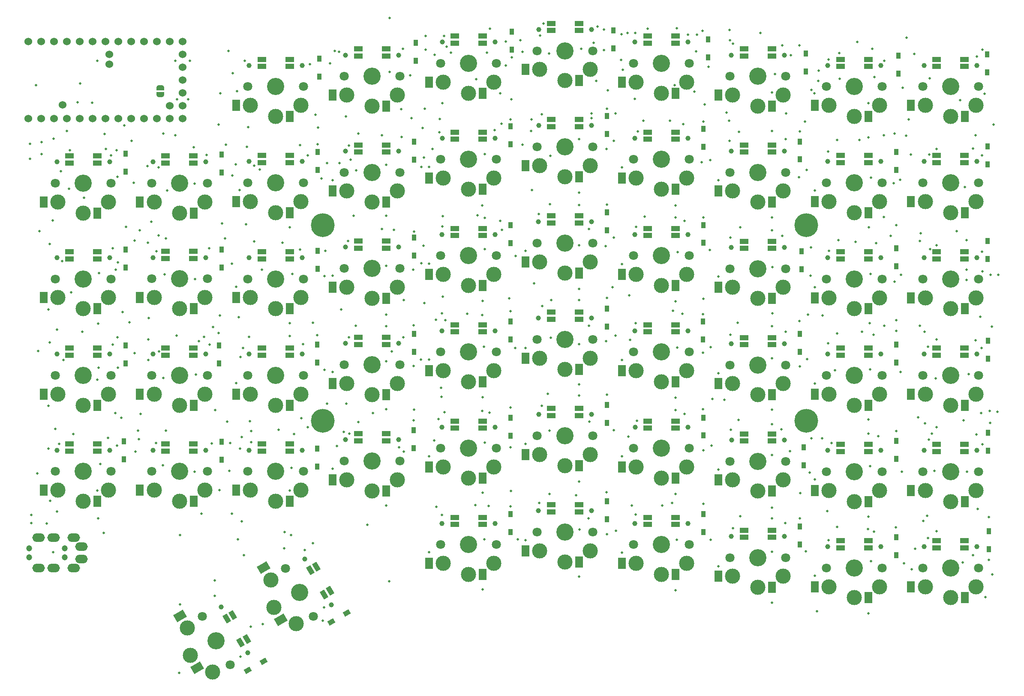
<source format=gbs>
G04 #@! TF.GenerationSoftware,KiCad,Pcbnew,8.0.6*
G04 #@! TF.CreationDate,2025-03-10T13:44:06+01:00*
G04 #@! TF.ProjectId,NomadKeyboard,4e6f6d61-644b-4657-9962-6f6172642e6b,rev?*
G04 #@! TF.SameCoordinates,Original*
G04 #@! TF.FileFunction,Soldermask,Bot*
G04 #@! TF.FilePolarity,Negative*
%FSLAX46Y46*%
G04 Gerber Fmt 4.6, Leading zero omitted, Abs format (unit mm)*
G04 Created by KiCad (PCBNEW 8.0.6) date 2025-03-10 13:44:06*
%MOMM*%
%LPD*%
G01*
G04 APERTURE LIST*
G04 Aperture macros list*
%AMRotRect*
0 Rectangle, with rotation*
0 The origin of the aperture is its center*
0 $1 length*
0 $2 width*
0 $3 Rotation angle, in degrees counterclockwise*
0 Add horizontal line*
21,1,$1,$2,0,0,$3*%
%AMFreePoly0*
4,1,19,0.500000,-0.750000,0.000000,-0.750000,0.000000,-0.744911,-0.071157,-0.744911,-0.207708,-0.704816,-0.327430,-0.627875,-0.420627,-0.520320,-0.479746,-0.390866,-0.500000,-0.250000,-0.500000,0.250000,-0.479746,0.390866,-0.420627,0.520320,-0.327430,0.627875,-0.207708,0.704816,-0.071157,0.744911,0.000000,0.744911,0.000000,0.750000,0.500000,0.750000,0.500000,-0.750000,0.500000,-0.750000,
$1*%
%AMFreePoly1*
4,1,19,0.000000,0.744911,0.071157,0.744911,0.207708,0.704816,0.327430,0.627875,0.420627,0.520320,0.479746,0.390866,0.500000,0.250000,0.500000,-0.250000,0.479746,-0.390866,0.420627,-0.520320,0.327430,-0.627875,0.207708,-0.704816,0.071157,-0.744911,0.000000,-0.744911,0.000000,-0.750000,-0.500000,-0.750000,-0.500000,0.750000,0.000000,0.750000,0.000000,0.744911,0.000000,0.744911,
$1*%
G04 Aperture macros list end*
%ADD10C,1.524000*%
%ADD11C,1.200000*%
%ADD12O,2.500000X1.700000*%
%ADD13R,0.950000X1.300000*%
%ADD14RotRect,1.300000X0.950000X210.000000*%
%ADD15C,1.800000*%
%ADD16C,1.000000*%
%ADD17C,3.000000*%
%ADD18C,3.400000*%
%ADD19R,1.700000X1.000000*%
%ADD20R,1.600000X2.200000*%
%ADD21RotRect,1.700000X1.000000X120.000000*%
%ADD22RotRect,1.600000X2.200000X120.000000*%
%ADD23C,4.700000*%
%ADD24FreePoly0,270.000000*%
%ADD25FreePoly1,270.000000*%
%ADD26C,0.500000*%
G04 APERTURE END LIST*
D10*
X55164120Y-39442640D03*
X57704120Y-39442640D03*
X65324120Y-39442640D03*
X67864120Y-39442640D03*
X62784120Y-24202640D03*
X70404120Y-39442640D03*
X72944120Y-39442640D03*
X55164120Y-24202640D03*
X75484120Y-39442640D03*
X78024120Y-39442640D03*
X80564120Y-39442640D03*
X83104120Y-39442640D03*
X52624120Y-39392640D03*
X52624120Y-24202640D03*
X83104120Y-36902640D03*
X83104120Y-34362640D03*
X83104120Y-31822640D03*
X83104120Y-29282640D03*
X83104120Y-26742640D03*
X68664120Y-28682640D03*
X78024120Y-24202640D03*
X83104120Y-24202640D03*
X75484120Y-24202640D03*
X80564120Y-24202640D03*
X68664120Y-26692640D03*
X80564120Y-36902640D03*
X72944120Y-24202640D03*
X70404120Y-24202640D03*
X67864120Y-24202640D03*
X65324120Y-24202640D03*
X59434120Y-36692640D03*
X60244120Y-39442640D03*
X62784120Y-39442640D03*
X57704120Y-24202640D03*
X60244120Y-24202640D03*
D11*
X52839120Y-126177640D03*
X59839120Y-126177640D03*
X52839120Y-124427640D03*
X59839120Y-124427640D03*
D12*
X61639120Y-128277640D03*
X61639120Y-122327640D03*
X57639120Y-128277640D03*
X57639120Y-122327640D03*
X54639120Y-128277640D03*
X54639120Y-122327640D03*
X63139120Y-126527640D03*
X63139120Y-124077640D03*
D13*
X109759120Y-46007640D03*
X109759120Y-49557640D03*
X128809120Y-43967640D03*
X128809120Y-47517640D03*
X147859100Y-40930100D03*
X147859100Y-44480100D03*
X166919120Y-38927640D03*
X166919120Y-42477640D03*
X185949120Y-41417640D03*
X185949120Y-44967640D03*
X205009120Y-43947640D03*
X205009120Y-47497640D03*
X109738200Y-84130300D03*
X109738200Y-87680300D03*
D14*
X99091315Y-146770140D03*
X96016925Y-148545140D03*
X115581315Y-137230140D03*
X112506925Y-139005140D03*
D13*
X147859100Y-117630100D03*
X147859100Y-121180100D03*
D15*
X106989100Y-52102600D03*
D16*
X106709100Y-47902600D03*
D17*
X106489100Y-55802600D03*
X101489100Y-58002600D03*
D18*
X101489100Y-52102600D03*
D17*
X96489100Y-55802600D03*
D16*
X96269100Y-47902600D03*
D15*
X95989100Y-52102600D03*
D19*
X98739100Y-46703600D03*
X98739100Y-48103600D03*
X104239100Y-48103600D03*
X104239100Y-46703600D03*
D20*
X104289100Y-58002600D03*
X93689100Y-55802600D03*
D15*
X164150000Y-45000000D03*
D16*
X163870000Y-40800000D03*
D17*
X163650000Y-48700000D03*
X158650000Y-50900000D03*
D18*
X158650000Y-45000000D03*
D17*
X153650000Y-48700000D03*
D16*
X153430000Y-40800000D03*
D15*
X153150000Y-45000000D03*
D19*
X155900000Y-39601000D03*
X155900000Y-41001000D03*
X161400000Y-41001000D03*
X161400000Y-39601000D03*
D20*
X161450000Y-50900000D03*
X150850000Y-48700000D03*
D15*
X106989100Y-90202600D03*
D16*
X106709100Y-86002600D03*
D17*
X106489100Y-93902600D03*
X101489100Y-96102600D03*
D18*
X101489100Y-90202600D03*
D17*
X96489100Y-93902600D03*
D16*
X96269100Y-86002600D03*
D15*
X95989100Y-90202600D03*
D19*
X98739100Y-84803600D03*
X98739100Y-86203600D03*
X104239100Y-86203600D03*
X104239100Y-84803600D03*
D20*
X104289100Y-96102600D03*
X93689100Y-93902600D03*
D15*
X126039100Y-69052600D03*
D16*
X125759100Y-64852600D03*
D17*
X125539100Y-72752600D03*
X120539100Y-74952600D03*
D18*
X120539100Y-69052600D03*
D17*
X115539100Y-72752600D03*
D16*
X115319100Y-64852600D03*
D15*
X115039100Y-69052600D03*
D19*
X117789100Y-63653600D03*
X117789100Y-65053600D03*
X123289100Y-65053600D03*
X123289100Y-63653600D03*
D20*
X123339100Y-74952600D03*
X112739100Y-72752600D03*
D15*
X108973700Y-137910740D03*
D16*
X112471007Y-135568253D03*
D17*
X105519406Y-139327727D03*
X101114150Y-136097600D03*
D18*
X106223700Y-133147600D03*
D17*
X100519406Y-130667473D03*
D16*
X107251007Y-126526947D03*
D15*
X103473700Y-128384460D03*
D21*
X109524371Y-128066530D03*
X108311936Y-128766530D03*
X111061936Y-133529670D03*
X112274371Y-132829670D03*
D22*
X102514150Y-138522471D03*
X99119406Y-128242602D03*
D15*
X164150000Y-102150000D03*
D16*
X163870000Y-97950000D03*
D17*
X163650000Y-105850000D03*
X158650000Y-108050000D03*
D18*
X158650000Y-102150000D03*
D17*
X153650000Y-105850000D03*
D16*
X153430000Y-97950000D03*
D15*
X153150000Y-102150000D03*
D19*
X155900000Y-96751000D03*
X155900000Y-98151000D03*
X161400000Y-98151000D03*
X161400000Y-96751000D03*
D20*
X161450000Y-108050000D03*
X150850000Y-105850000D03*
D15*
X202250000Y-107202600D03*
D16*
X201970000Y-103002600D03*
D17*
X201750000Y-110902600D03*
X196750000Y-113102600D03*
D18*
X196750000Y-107202600D03*
D17*
X191750000Y-110902600D03*
D16*
X191530000Y-103002600D03*
D15*
X191250000Y-107202600D03*
D19*
X194000000Y-101803600D03*
X194000000Y-103203600D03*
X199500000Y-103203600D03*
X199500000Y-101803600D03*
D20*
X199550000Y-113102600D03*
X188950000Y-110902600D03*
D15*
X164149100Y-121202600D03*
D16*
X163869100Y-117002600D03*
D17*
X163649100Y-124902600D03*
X158649100Y-127102600D03*
D18*
X158649100Y-121202600D03*
D17*
X153649100Y-124902600D03*
D16*
X153429100Y-117002600D03*
D15*
X153149100Y-121202600D03*
D19*
X155899100Y-115803600D03*
X155899100Y-117203600D03*
X161399100Y-117203600D03*
X161399100Y-115803600D03*
D20*
X161449100Y-127102600D03*
X150849100Y-124902600D03*
D15*
X202249100Y-69102600D03*
D16*
X201969100Y-64902600D03*
D17*
X201749100Y-72802600D03*
X196749100Y-75002600D03*
D18*
X196749100Y-69102600D03*
D17*
X191749100Y-72802600D03*
D16*
X191529100Y-64902600D03*
D15*
X191249100Y-69102600D03*
D19*
X193999100Y-63703600D03*
X193999100Y-65103600D03*
X199499100Y-65103600D03*
X199499100Y-63703600D03*
D20*
X199549100Y-75002600D03*
X188949100Y-72802600D03*
D15*
X221299100Y-90202600D03*
D16*
X221019100Y-86002600D03*
D17*
X220799100Y-93902600D03*
X215799100Y-96102600D03*
D18*
X215799100Y-90202600D03*
D17*
X210799100Y-93902600D03*
D16*
X210579100Y-86002600D03*
D15*
X210299100Y-90202600D03*
D19*
X213049100Y-84803600D03*
X213049100Y-86203600D03*
X218549100Y-86203600D03*
X218549100Y-84803600D03*
D20*
X218599100Y-96102600D03*
X207999100Y-93902600D03*
D15*
X221299100Y-109252600D03*
D16*
X221019100Y-105052600D03*
D17*
X220799100Y-112952600D03*
X215799100Y-115152600D03*
D18*
X215799100Y-109252600D03*
D17*
X210799100Y-112952600D03*
D16*
X210579100Y-105052600D03*
D15*
X210299100Y-109252600D03*
D19*
X213049100Y-103853600D03*
X213049100Y-105253600D03*
X218549100Y-105253600D03*
X218549100Y-103853600D03*
D20*
X218599100Y-115152600D03*
X207999100Y-112952600D03*
D23*
X206275000Y-60475000D03*
D13*
X109779120Y-65557640D03*
X109779120Y-69107640D03*
X128809120Y-62957640D03*
X128809120Y-66507640D03*
X147869100Y-60487600D03*
X147869100Y-64037600D03*
X166909100Y-57967600D03*
X166909100Y-61517600D03*
X185969100Y-60460100D03*
X185969100Y-64010100D03*
X205409120Y-65667640D03*
X205409120Y-69217640D03*
D15*
X183199100Y-47502600D03*
D16*
X182919100Y-43302600D03*
D17*
X182699100Y-51202600D03*
X177699100Y-53402600D03*
D18*
X177699100Y-47502600D03*
D17*
X172699100Y-51202600D03*
D16*
X172479100Y-43302600D03*
D15*
X172199100Y-47502600D03*
D19*
X174949100Y-42103600D03*
X174949100Y-43503600D03*
X180449100Y-43503600D03*
X180449100Y-42103600D03*
D20*
X180499100Y-53402600D03*
X169899100Y-51202600D03*
D15*
X164149100Y-64052600D03*
D16*
X163869100Y-59852600D03*
D17*
X163649100Y-67752600D03*
X158649100Y-69952600D03*
D18*
X158649100Y-64052600D03*
D17*
X153649100Y-67752600D03*
D16*
X153429100Y-59852600D03*
D15*
X153149100Y-64052600D03*
D19*
X155899100Y-58653600D03*
X155899100Y-60053600D03*
X161399100Y-60053600D03*
X161399100Y-58653600D03*
D20*
X161449100Y-69952600D03*
X150849100Y-67752600D03*
D15*
X145099100Y-66552600D03*
D16*
X144819100Y-62352600D03*
D17*
X144599100Y-70252600D03*
X139599100Y-72452600D03*
D18*
X139599100Y-66552600D03*
D17*
X134599100Y-70252600D03*
D16*
X134379100Y-62352600D03*
D15*
X134099100Y-66552600D03*
D19*
X136849100Y-61153600D03*
X136849100Y-62553600D03*
X142349100Y-62553600D03*
X142349100Y-61153600D03*
D20*
X142399100Y-72452600D03*
X131799100Y-70252600D03*
D15*
X183199100Y-85601600D03*
D16*
X182919100Y-81401600D03*
D17*
X182699100Y-89301600D03*
X177699100Y-91501600D03*
D18*
X177699100Y-85601600D03*
D17*
X172699100Y-89301600D03*
D16*
X172479100Y-81401600D03*
D15*
X172199100Y-85601600D03*
D19*
X174949100Y-80202600D03*
X174949100Y-81602600D03*
X180449100Y-81602600D03*
X180449100Y-80202600D03*
D20*
X180499100Y-91501600D03*
X169899100Y-89301600D03*
D15*
X202249100Y-50051600D03*
D16*
X201969100Y-45851600D03*
D17*
X201749100Y-53751600D03*
X196749100Y-55951600D03*
D18*
X196749100Y-50051600D03*
D17*
X191749100Y-53751600D03*
D16*
X191529100Y-45851600D03*
D15*
X191249100Y-50051600D03*
D19*
X193999100Y-44652600D03*
X193999100Y-46052600D03*
X199499100Y-46052600D03*
X199499100Y-44652600D03*
D20*
X199549100Y-55951600D03*
X188949100Y-53751600D03*
D15*
X106989100Y-71148400D03*
D16*
X106709100Y-66948400D03*
D17*
X106489100Y-74848400D03*
X101489100Y-77048400D03*
D18*
X101489100Y-71148400D03*
D17*
X96489100Y-74848400D03*
D16*
X96269100Y-66948400D03*
D15*
X95989100Y-71148400D03*
D19*
X98739100Y-65749400D03*
X98739100Y-67149400D03*
X104239100Y-67149400D03*
X104239100Y-65749400D03*
D20*
X104289100Y-77048400D03*
X93689100Y-74848400D03*
D15*
X221299100Y-128301600D03*
D16*
X221019100Y-124101600D03*
D17*
X220799100Y-132001600D03*
X215799100Y-134201600D03*
D18*
X215799100Y-128301600D03*
D17*
X210799100Y-132001600D03*
D16*
X210579100Y-124101600D03*
D15*
X210299100Y-128301600D03*
D19*
X213049100Y-122902600D03*
X213049100Y-124302600D03*
X218549100Y-124302600D03*
X218549100Y-122902600D03*
D20*
X218599100Y-134201600D03*
X207999100Y-132001600D03*
D15*
X183199100Y-66551600D03*
D16*
X182919100Y-62351600D03*
D17*
X182699100Y-70251600D03*
X177699100Y-72451600D03*
D18*
X177699100Y-66551600D03*
D17*
X172699100Y-70251600D03*
D16*
X172479100Y-62351600D03*
D15*
X172199100Y-66551600D03*
D19*
X174949100Y-61152600D03*
X174949100Y-62552600D03*
X180449100Y-62552600D03*
X180449100Y-61152600D03*
D20*
X180499100Y-72451600D03*
X169899100Y-70251600D03*
D15*
X183200000Y-104650000D03*
D16*
X182920000Y-100450000D03*
D17*
X182700000Y-108350000D03*
X177700000Y-110550000D03*
D18*
X177700000Y-104650000D03*
D17*
X172700000Y-108350000D03*
D16*
X172480000Y-100450000D03*
D15*
X172200000Y-104650000D03*
D19*
X174950000Y-99251000D03*
X174950000Y-100651000D03*
X180450000Y-100651000D03*
X180450000Y-99251000D03*
D20*
X180500000Y-110550000D03*
X169900000Y-108350000D03*
D15*
X202249100Y-126252600D03*
D16*
X201969100Y-122052600D03*
D17*
X201749100Y-129952600D03*
X196749100Y-132152600D03*
D18*
X196749100Y-126252600D03*
D17*
X191749100Y-129952600D03*
D16*
X191529100Y-122052600D03*
D15*
X191249100Y-126252600D03*
D19*
X193999100Y-120853600D03*
X193999100Y-122253600D03*
X199499100Y-122253600D03*
X199499100Y-120853600D03*
D20*
X199549100Y-132152600D03*
X188949100Y-129952600D03*
D15*
X164149100Y-83102600D03*
D16*
X163869100Y-78902600D03*
D17*
X163649100Y-86802600D03*
X158649100Y-89002600D03*
D18*
X158649100Y-83102600D03*
D17*
X153649100Y-86802600D03*
D16*
X153429100Y-78902600D03*
D15*
X153149100Y-83102600D03*
D19*
X155899100Y-77703600D03*
X155899100Y-79103600D03*
X161399100Y-79103600D03*
X161399100Y-77703600D03*
D20*
X161449100Y-89002600D03*
X150849100Y-86802600D03*
D15*
X145100000Y-47500000D03*
D16*
X144820000Y-43300000D03*
D17*
X144600000Y-51200000D03*
X139600000Y-53400000D03*
D18*
X139600000Y-47500000D03*
D17*
X134600000Y-51200000D03*
D16*
X134380000Y-43300000D03*
D15*
X134100000Y-47500000D03*
D19*
X136850000Y-42101000D03*
X136850000Y-43501000D03*
X142350000Y-43501000D03*
X142350000Y-42101000D03*
D20*
X142400000Y-53400000D03*
X131800000Y-51200000D03*
D13*
X166909100Y-115117600D03*
X166909100Y-118667600D03*
D15*
X126039100Y-88102600D03*
D16*
X125759100Y-83902600D03*
D17*
X125539100Y-91802600D03*
X120539100Y-94002600D03*
D18*
X120539100Y-88102600D03*
D17*
X115539100Y-91802600D03*
D16*
X115319100Y-83902600D03*
D15*
X115039100Y-88102600D03*
D19*
X117789100Y-82703600D03*
X117789100Y-84103600D03*
X123289100Y-84103600D03*
X123289100Y-82703600D03*
D20*
X123339100Y-94002600D03*
X112739100Y-91802600D03*
D23*
X206275000Y-99225000D03*
D13*
X147849100Y-79530100D03*
X147849100Y-83080100D03*
X166919100Y-77037600D03*
X166919100Y-80587600D03*
X185929100Y-79537600D03*
X185929100Y-83087600D03*
X205009100Y-82017600D03*
X205009100Y-85567600D03*
X185959100Y-117630100D03*
X185959100Y-121180100D03*
X204999100Y-120127600D03*
X204999100Y-123677600D03*
X205769120Y-104447640D03*
X205769120Y-107997640D03*
X128789100Y-101087600D03*
X128789100Y-104637600D03*
X147849100Y-98580100D03*
X147849100Y-102130100D03*
X166909100Y-96080100D03*
X166909100Y-99630100D03*
X185949120Y-98562640D03*
X185949120Y-102112640D03*
X128799100Y-82027600D03*
X128799100Y-85577600D03*
X224049100Y-122246600D03*
X224049100Y-125796600D03*
D15*
X126039100Y-107151600D03*
D16*
X125759100Y-102951600D03*
D17*
X125539100Y-110851600D03*
X120539100Y-113051600D03*
D18*
X120539100Y-107151600D03*
D17*
X115539100Y-110851600D03*
D16*
X115319100Y-102951600D03*
D15*
X115039100Y-107151600D03*
D19*
X117789100Y-101752600D03*
X117789100Y-103152600D03*
X123289100Y-103152600D03*
X123289100Y-101752600D03*
D20*
X123339100Y-113051600D03*
X112739100Y-110851600D03*
D23*
X110775000Y-60475000D03*
X110775000Y-99225000D03*
D15*
X240299100Y-128301600D03*
D16*
X240019100Y-124101600D03*
D17*
X239799100Y-132001600D03*
X234799100Y-134201600D03*
D18*
X234799100Y-128301600D03*
D17*
X229799100Y-132001600D03*
D16*
X229579100Y-124101600D03*
D15*
X229299100Y-128301600D03*
D19*
X232049100Y-122902600D03*
X232049100Y-124302600D03*
X237549100Y-124302600D03*
X237549100Y-122902600D03*
D20*
X237599100Y-134201600D03*
X226999100Y-132001600D03*
D13*
X242339120Y-121027640D03*
X242339120Y-124577640D03*
D15*
X87989120Y-90202640D03*
D16*
X87709120Y-86002640D03*
D17*
X87489120Y-93902640D03*
X82489120Y-96102640D03*
D18*
X82489120Y-90202640D03*
D17*
X77489120Y-93902640D03*
D16*
X77269120Y-86002640D03*
D15*
X76989120Y-90202640D03*
D19*
X79739120Y-84803640D03*
X79739120Y-86203640D03*
X85239120Y-86203640D03*
X85239120Y-84803640D03*
D20*
X85289120Y-96102640D03*
X74689120Y-93902640D03*
D15*
X221299100Y-71151600D03*
D16*
X221019100Y-66951600D03*
D17*
X220799100Y-74851600D03*
X215799100Y-77051600D03*
D18*
X215799100Y-71151600D03*
D17*
X210799100Y-74851600D03*
D16*
X210579100Y-66951600D03*
D15*
X210299100Y-71151600D03*
D19*
X213049100Y-65752600D03*
X213049100Y-67152600D03*
X218549100Y-67152600D03*
X218549100Y-65752600D03*
D20*
X218599100Y-77051600D03*
X207999100Y-74851600D03*
D13*
X224539120Y-26952640D03*
X224539120Y-30502640D03*
D15*
X87989120Y-71102640D03*
D16*
X87709120Y-66902640D03*
D17*
X87489120Y-74802640D03*
X82489120Y-77002640D03*
D18*
X82489120Y-71102640D03*
D17*
X77489120Y-74802640D03*
D16*
X77269120Y-66902640D03*
D15*
X76989120Y-71102640D03*
D19*
X79739120Y-65703640D03*
X79739120Y-67103640D03*
X85239120Y-67103640D03*
X85239120Y-65703640D03*
D20*
X85289120Y-77002640D03*
X74689120Y-74802640D03*
D13*
X242239120Y-101527640D03*
X242239120Y-105077640D03*
D15*
X106989100Y-109202600D03*
D16*
X106709100Y-105002600D03*
D17*
X106489100Y-112902600D03*
X101489100Y-115102600D03*
D18*
X101489100Y-109202600D03*
D17*
X96489100Y-112902600D03*
D16*
X96269100Y-105002600D03*
D15*
X95989100Y-109202600D03*
D19*
X98739100Y-103803600D03*
X98739100Y-105203600D03*
X104239100Y-105203600D03*
X104239100Y-103803600D03*
D20*
X104289100Y-115102600D03*
X93689100Y-112902600D03*
D13*
X110139120Y-27552640D03*
X110139120Y-31102640D03*
X71539120Y-103227640D03*
X71539120Y-106777640D03*
X186939120Y-23752640D03*
X186939120Y-27302640D03*
D15*
X164150000Y-26000000D03*
D16*
X163870000Y-21800000D03*
D17*
X163650000Y-29700000D03*
X158650000Y-31900000D03*
D18*
X158650000Y-26000000D03*
D17*
X153650000Y-29700000D03*
D16*
X153430000Y-21800000D03*
D15*
X153150000Y-26000000D03*
D19*
X155900000Y-20601000D03*
X155900000Y-22001000D03*
X161400000Y-22001000D03*
X161400000Y-20601000D03*
D20*
X161450000Y-31900000D03*
X150850000Y-29700000D03*
D15*
X240299100Y-71151600D03*
D16*
X240019100Y-66951600D03*
D17*
X239799100Y-74851600D03*
X234799100Y-77051600D03*
D18*
X234799100Y-71151600D03*
D17*
X229799100Y-74851600D03*
D16*
X229579100Y-66951600D03*
D15*
X229299100Y-71151600D03*
D19*
X232049100Y-65752600D03*
X232049100Y-67152600D03*
X237549100Y-67152600D03*
X237549100Y-65752600D03*
D20*
X237599100Y-77051600D03*
X226999100Y-74851600D03*
D15*
X202249100Y-88152600D03*
D16*
X201969100Y-83952600D03*
D17*
X201749100Y-91852600D03*
X196749100Y-94052600D03*
D18*
X196749100Y-88152600D03*
D17*
X191749100Y-91852600D03*
D16*
X191529100Y-83952600D03*
D15*
X191249100Y-88152600D03*
D19*
X193999100Y-82753600D03*
X193999100Y-84153600D03*
X199499100Y-84153600D03*
X199499100Y-82753600D03*
D20*
X199549100Y-94052600D03*
X188949100Y-91852600D03*
D13*
X224059100Y-84156600D03*
X224059100Y-87706600D03*
X71839120Y-84327640D03*
X71839120Y-87877640D03*
D15*
X68999120Y-109202640D03*
D16*
X68719120Y-105002640D03*
D17*
X68499120Y-112902640D03*
X63499120Y-115102640D03*
D18*
X63499120Y-109202640D03*
D17*
X58499120Y-112902640D03*
D16*
X58279120Y-105002640D03*
D15*
X57999120Y-109202640D03*
D19*
X60749120Y-103803640D03*
X60749120Y-105203640D03*
X66249120Y-105203640D03*
X66249120Y-103803640D03*
D20*
X66299120Y-115102640D03*
X55699120Y-112902640D03*
D15*
X240299100Y-109252600D03*
D16*
X240019100Y-105052600D03*
D17*
X239799100Y-112952600D03*
X234799100Y-115152600D03*
D18*
X234799100Y-109252600D03*
D17*
X229799100Y-112952600D03*
D16*
X229579100Y-105052600D03*
D15*
X229299100Y-109252600D03*
D19*
X232049100Y-103853600D03*
X232049100Y-105253600D03*
X237549100Y-105253600D03*
X237549100Y-103853600D03*
D20*
X237599100Y-115152600D03*
X226999100Y-112952600D03*
D13*
X206239120Y-26527640D03*
X206239120Y-30077640D03*
D15*
X145100000Y-28500000D03*
D16*
X144820000Y-24300000D03*
D17*
X144600000Y-32200000D03*
X139600000Y-34400000D03*
D18*
X139600000Y-28500000D03*
D17*
X134600000Y-32200000D03*
D16*
X134380000Y-24300000D03*
D15*
X134100000Y-28500000D03*
D19*
X136850000Y-23101000D03*
X136850000Y-24501000D03*
X142350000Y-24501000D03*
X142350000Y-23101000D03*
D20*
X142400000Y-34400000D03*
X131800000Y-32200000D03*
D15*
X126049100Y-31052600D03*
D16*
X125769100Y-26852600D03*
D17*
X125549100Y-34752600D03*
X120549100Y-36952600D03*
D18*
X120549100Y-31052600D03*
D17*
X115549100Y-34752600D03*
D16*
X115329100Y-26852600D03*
D15*
X115049100Y-31052600D03*
D19*
X117799100Y-25653600D03*
X117799100Y-27053600D03*
X123299100Y-27053600D03*
X123299100Y-25653600D03*
D20*
X123349100Y-36952600D03*
X112749100Y-34752600D03*
D15*
X145089100Y-85602600D03*
D16*
X144809100Y-81402600D03*
D17*
X144589100Y-89302600D03*
X139589100Y-91502600D03*
D18*
X139589100Y-85602600D03*
D17*
X134589100Y-89302600D03*
D16*
X134369100Y-81402600D03*
D15*
X134089100Y-85602600D03*
D19*
X136839100Y-80203600D03*
X136839100Y-81603600D03*
X142339100Y-81603600D03*
X142339100Y-80203600D03*
D20*
X142389100Y-91502600D03*
X131789100Y-89302600D03*
D13*
X90339120Y-84327640D03*
X90339120Y-87877640D03*
X242039120Y-26727640D03*
X242039120Y-30277640D03*
D15*
X183199100Y-28502600D03*
D16*
X182919100Y-24302600D03*
D17*
X182699100Y-32202600D03*
X177699100Y-34402600D03*
D18*
X177699100Y-28502600D03*
D17*
X172699100Y-32202600D03*
D16*
X172479100Y-24302600D03*
D15*
X172199100Y-28502600D03*
D19*
X174949100Y-23103600D03*
X174949100Y-24503600D03*
X180449100Y-24503600D03*
X180449100Y-23103600D03*
D20*
X180499100Y-34402600D03*
X169899100Y-32202600D03*
D13*
X168239120Y-21952640D03*
X168239120Y-25502640D03*
D15*
X68989120Y-52191100D03*
D16*
X68709120Y-47991100D03*
D17*
X68489120Y-55891100D03*
X63489120Y-58091100D03*
D18*
X63489120Y-52191100D03*
D17*
X58489120Y-55891100D03*
D16*
X58269120Y-47991100D03*
D15*
X57989120Y-52191100D03*
D19*
X60739120Y-46792100D03*
X60739120Y-48192100D03*
X66239120Y-48192100D03*
X66239120Y-46792100D03*
D20*
X66289120Y-58091100D03*
X55689120Y-55891100D03*
D13*
X71839120Y-65327640D03*
X71839120Y-68877640D03*
D15*
X221299100Y-52102600D03*
D16*
X221019100Y-47902600D03*
D17*
X220799100Y-55802600D03*
X215799100Y-58002600D03*
D18*
X215799100Y-52102600D03*
D17*
X210799100Y-55802600D03*
D16*
X210579100Y-47902600D03*
D15*
X210299100Y-52102600D03*
D19*
X213049100Y-46703600D03*
X213049100Y-48103600D03*
X218549100Y-48103600D03*
X218549100Y-46703600D03*
D20*
X218599100Y-58002600D03*
X207999100Y-55802600D03*
D13*
X242139120Y-63627640D03*
X242139120Y-67177640D03*
X109739120Y-104727640D03*
X109739120Y-108277640D03*
X129139120Y-24452640D03*
X129139120Y-28002640D03*
D15*
X240299100Y-52102600D03*
D16*
X240019100Y-47902600D03*
D17*
X239799100Y-55802600D03*
X234799100Y-58002600D03*
D18*
X234799100Y-52102600D03*
D17*
X229799100Y-55802600D03*
D16*
X229579100Y-47902600D03*
D15*
X229299100Y-52102600D03*
D19*
X232049100Y-46703600D03*
X232049100Y-48103600D03*
X237549100Y-48103600D03*
X237549100Y-46703600D03*
D20*
X237599100Y-58002600D03*
X226999100Y-55802600D03*
D13*
X224059100Y-103196600D03*
X224059100Y-106746600D03*
D15*
X87989120Y-109202640D03*
D16*
X87709120Y-105002640D03*
D17*
X87489120Y-112902640D03*
X82489120Y-115102640D03*
D18*
X82489120Y-109202640D03*
D17*
X77489120Y-112902640D03*
D16*
X77269120Y-105002640D03*
D15*
X76989120Y-109202640D03*
D19*
X79739120Y-103803640D03*
X79739120Y-105203640D03*
X85239120Y-105203640D03*
X85239120Y-103803640D03*
D20*
X85289120Y-115102640D03*
X74689120Y-112902640D03*
D15*
X145099100Y-104652600D03*
D16*
X144819100Y-100452600D03*
D17*
X144599100Y-108352600D03*
X139599100Y-110552600D03*
D18*
X139599100Y-104652600D03*
D17*
X134599100Y-108352600D03*
D16*
X134379100Y-100452600D03*
D15*
X134099100Y-104652600D03*
D19*
X136849100Y-99253600D03*
X136849100Y-100653600D03*
X142349100Y-100653600D03*
X142349100Y-99253600D03*
D20*
X142399100Y-110552600D03*
X131799100Y-108352600D03*
D15*
X68999120Y-90202640D03*
D16*
X68719120Y-86002640D03*
D17*
X68499120Y-93902640D03*
X63499120Y-96102640D03*
D18*
X63499120Y-90202640D03*
D17*
X58499120Y-93902640D03*
D16*
X58279120Y-86002640D03*
D15*
X57999120Y-90202640D03*
D19*
X60749120Y-84803640D03*
X60749120Y-86203640D03*
X66249120Y-86203640D03*
X66249120Y-84803640D03*
D20*
X66299120Y-96102640D03*
X55699120Y-93902640D03*
D13*
X71839120Y-46327640D03*
X71839120Y-49877640D03*
X90839120Y-103327640D03*
X90839120Y-106877640D03*
D15*
X221299100Y-33102600D03*
D16*
X221019100Y-28902600D03*
D17*
X220799100Y-36802600D03*
X215799100Y-39002600D03*
D18*
X215799100Y-33102600D03*
D17*
X210799100Y-36802600D03*
D16*
X210579100Y-28902600D03*
D15*
X210299100Y-33102600D03*
D19*
X213049100Y-27703600D03*
X213049100Y-29103600D03*
X218549100Y-29103600D03*
X218549100Y-27703600D03*
D20*
X218599100Y-39002600D03*
X207999100Y-36802600D03*
D15*
X202249100Y-31051600D03*
D16*
X201969100Y-26851600D03*
D17*
X201749100Y-34751600D03*
X196749100Y-36951600D03*
D18*
X196749100Y-31051600D03*
D17*
X191749100Y-34751600D03*
D16*
X191529100Y-26851600D03*
D15*
X191249100Y-31051600D03*
D19*
X193999100Y-25652600D03*
X193999100Y-27052600D03*
X199499100Y-27052600D03*
X199499100Y-25652600D03*
D20*
X199549100Y-36951600D03*
X188949100Y-34751600D03*
D13*
X90839120Y-65327640D03*
X90839120Y-68877640D03*
X224069120Y-46017640D03*
X224069120Y-49567640D03*
X90839120Y-46552640D03*
X90839120Y-50102640D03*
X148139120Y-22227640D03*
X148139120Y-25777640D03*
D15*
X68999120Y-71148440D03*
D16*
X68719120Y-66948440D03*
D17*
X68499120Y-74848440D03*
X63499120Y-77048440D03*
D18*
X63499120Y-71148440D03*
D17*
X58499120Y-74848440D03*
D16*
X58279120Y-66948440D03*
D15*
X57999120Y-71148440D03*
D19*
X60749120Y-65749440D03*
X60749120Y-67149440D03*
X66249120Y-67149440D03*
X66249120Y-65749440D03*
D20*
X66299120Y-77048440D03*
X55699120Y-74848440D03*
D15*
X87989120Y-52202640D03*
D16*
X87709120Y-48002640D03*
D17*
X87489120Y-55902640D03*
X82489120Y-58102640D03*
D18*
X82489120Y-52202640D03*
D17*
X77489120Y-55902640D03*
D16*
X77269120Y-48002640D03*
D15*
X76989120Y-52202640D03*
D19*
X79739120Y-46803640D03*
X79739120Y-48203640D03*
X85239120Y-48203640D03*
X85239120Y-46803640D03*
D20*
X85289120Y-58102640D03*
X74689120Y-55902640D03*
D15*
X106989100Y-33102600D03*
D16*
X106709100Y-28902600D03*
D17*
X106489100Y-36802600D03*
X101489100Y-39002600D03*
D18*
X101489100Y-33102600D03*
D17*
X96489100Y-36802600D03*
D16*
X96269100Y-28902600D03*
D15*
X95989100Y-33102600D03*
D19*
X98739100Y-27703600D03*
X98739100Y-29103600D03*
X104239100Y-29103600D03*
X104239100Y-27703600D03*
D20*
X104289100Y-39002600D03*
X93689100Y-36802600D03*
D13*
X242139120Y-44927640D03*
X242139120Y-48477640D03*
D15*
X240299100Y-33102600D03*
D16*
X240019100Y-28902600D03*
D17*
X239799100Y-36802600D03*
X234799100Y-39002600D03*
D18*
X234799100Y-33102600D03*
D17*
X229799100Y-36802600D03*
D16*
X229579100Y-28902600D03*
D15*
X229299100Y-33102600D03*
D19*
X232049100Y-27703600D03*
X232049100Y-29103600D03*
X237549100Y-29103600D03*
X237549100Y-27703600D03*
D20*
X237599100Y-39002600D03*
X226999100Y-36802600D03*
D15*
X240299100Y-90202600D03*
D16*
X240019100Y-86002600D03*
D17*
X239799100Y-93902600D03*
X234799100Y-96102600D03*
D18*
X234799100Y-90202600D03*
D17*
X229799100Y-93902600D03*
D16*
X229579100Y-86002600D03*
D15*
X229299100Y-90202600D03*
D19*
X232049100Y-84803600D03*
X232049100Y-86203600D03*
X237549100Y-86203600D03*
X237549100Y-84803600D03*
D20*
X237599100Y-96102600D03*
X226999100Y-93902600D03*
D15*
X92473700Y-147437640D03*
D16*
X95971007Y-145095153D03*
D17*
X89019406Y-148854627D03*
X84614150Y-145624500D03*
D18*
X89723700Y-142674500D03*
D17*
X84019406Y-140194373D03*
D16*
X90751007Y-136053847D03*
D15*
X86973700Y-137911360D03*
D21*
X93024371Y-137593430D03*
X91811936Y-138293430D03*
X94561936Y-143056570D03*
X95774371Y-142356570D03*
D22*
X86014150Y-148049371D03*
X82619406Y-137769502D03*
D13*
X224059100Y-65096600D03*
X224059100Y-68646600D03*
D15*
X145099100Y-123701600D03*
D16*
X144819100Y-119501600D03*
D17*
X144599100Y-127401600D03*
X139599100Y-129601600D03*
D18*
X139599100Y-123701600D03*
D17*
X134599100Y-127401600D03*
D16*
X134379100Y-119501600D03*
D15*
X134099100Y-123701600D03*
D19*
X136849100Y-118302600D03*
X136849100Y-119702600D03*
X142349100Y-119702600D03*
X142349100Y-118302600D03*
D20*
X142399100Y-129601600D03*
X131799100Y-127401600D03*
D13*
X242239120Y-83327640D03*
X242239120Y-86877640D03*
D15*
X183199100Y-123702600D03*
D16*
X182919100Y-119502600D03*
D17*
X182699100Y-127402600D03*
X177699100Y-129602600D03*
D18*
X177699100Y-123702600D03*
D17*
X172699100Y-127402600D03*
D16*
X172479100Y-119502600D03*
D15*
X172199100Y-123702600D03*
D19*
X174949100Y-118303600D03*
X174949100Y-119703600D03*
X180449100Y-119703600D03*
X180449100Y-118303600D03*
D20*
X180499100Y-129602600D03*
X169899100Y-127402600D03*
D15*
X126049100Y-50052600D03*
D16*
X125769100Y-45852600D03*
D17*
X125549100Y-53752600D03*
X120549100Y-55952600D03*
D18*
X120549100Y-50052600D03*
D17*
X115549100Y-53752600D03*
D16*
X115329100Y-45852600D03*
D15*
X115049100Y-50052600D03*
D19*
X117799100Y-44653600D03*
X117799100Y-46053600D03*
X123299100Y-46053600D03*
X123299100Y-44653600D03*
D20*
X123349100Y-55952600D03*
X112749100Y-53752600D03*
D24*
X78739120Y-33352640D03*
D25*
X78739120Y-34652640D03*
D26*
X200139120Y-30602640D03*
X167139120Y-33802640D03*
X92139120Y-26002640D03*
X84239120Y-35602640D03*
X82039120Y-35602640D03*
X84539120Y-28002640D03*
X81639120Y-28002640D03*
X241539120Y-34502640D03*
X124039120Y-19502640D03*
X112239120Y-28502640D03*
X119639120Y-119802640D03*
X57939120Y-100802640D03*
X54539120Y-85402640D03*
X54839120Y-61702640D03*
X54439120Y-109602640D03*
X52939120Y-47402640D03*
X55239120Y-46402640D03*
X166339120Y-21802640D03*
X65239120Y-36302640D03*
X62339120Y-36202640D03*
X79339120Y-42402640D03*
X95839120Y-45002640D03*
X96039120Y-41102640D03*
X90239120Y-40602640D03*
X93839120Y-34002640D03*
X124039120Y-30202640D03*
X57639120Y-43402640D03*
X55239120Y-44102640D03*
X52939120Y-44402640D03*
X78739120Y-33352640D03*
X71639120Y-40802638D03*
X104289100Y-60942640D03*
X110529120Y-51282640D03*
X130249120Y-48972640D03*
X123349100Y-58652640D03*
X142329120Y-56572640D03*
X147859089Y-44480089D03*
X161439120Y-54032640D03*
X168259120Y-43812640D03*
X187359120Y-47642640D03*
X180499120Y-56572640D03*
X206419120Y-49542640D03*
X199539120Y-59012640D03*
X224859120Y-51512640D03*
X218649120Y-60942640D03*
X104289100Y-79882640D03*
X111179120Y-70532640D03*
X123349120Y-78162640D03*
X130269120Y-68002640D03*
X142409120Y-75527610D03*
X148909120Y-66562640D03*
X161439120Y-73112640D03*
X168279120Y-62922640D03*
X187259120Y-65372640D03*
X180499100Y-75582640D03*
X199589120Y-77952640D03*
X207129120Y-70512640D03*
X225009120Y-70312640D03*
X218799120Y-79862640D03*
X111139120Y-89122640D03*
X104289100Y-96102620D03*
X130179120Y-87052640D03*
X123339100Y-96922640D03*
X142389100Y-94562640D03*
X148779120Y-84802640D03*
X161449100Y-91962620D03*
X168669120Y-82342640D03*
X180499100Y-94642640D03*
X187459120Y-84642640D03*
X199549100Y-96962640D03*
X206449120Y-87032640D03*
X218599100Y-98952640D03*
X224969120Y-89522640D03*
X82404120Y-149027640D03*
X96016925Y-148545092D03*
X128789100Y-104637564D03*
X123339100Y-115922640D03*
X147859120Y-104472640D03*
X142399100Y-113412640D03*
X168249120Y-101022640D03*
X161450000Y-111212640D03*
X187569120Y-104082640D03*
X180500000Y-113672640D03*
X199559120Y-116342640D03*
X206949120Y-109472640D03*
X59044620Y-49808140D03*
X93649120Y-48482640D03*
X192979120Y-42082640D03*
X230539120Y-102902640D03*
X230739120Y-65202640D03*
X59614370Y-87172890D03*
X212429120Y-120182640D03*
X130669120Y-64532640D03*
X79839120Y-101102640D03*
X95039120Y-84803600D03*
X113609120Y-104162640D03*
X89494120Y-130747640D03*
X230699195Y-31442565D03*
X171809120Y-115932640D03*
X56839120Y-64202640D03*
X79839120Y-63102640D03*
X212659120Y-63482640D03*
X133209120Y-116212640D03*
X114039124Y-26202640D03*
X97279120Y-63742640D03*
X134229120Y-94422640D03*
X114139120Y-48242640D03*
X191244349Y-23931640D03*
X155559120Y-113642640D03*
X107214120Y-124737640D03*
X128869120Y-97002640D03*
X61539120Y-101852640D03*
X114959120Y-101402640D03*
X193269120Y-118072640D03*
X134489120Y-58712640D03*
X209459120Y-102632640D03*
X155669120Y-56342640D03*
X192779120Y-79802640D03*
X230639120Y-46502640D03*
X134839120Y-97492640D03*
X208739120Y-29902640D03*
X192939120Y-99012640D03*
X212409120Y-43682640D03*
X174129120Y-39832640D03*
X155249120Y-93882640D03*
X212379120Y-81912640D03*
X174949100Y-21602638D03*
X154099120Y-38582640D03*
X96639120Y-101202640D03*
X117359120Y-80362640D03*
X174379120Y-58812640D03*
X132453120Y-45452640D03*
X230339120Y-122402640D03*
X96639120Y-103402640D03*
X76139120Y-48802644D03*
X98349120Y-49532640D03*
X132868120Y-26763759D03*
X154439120Y-20601000D03*
X171179120Y-102292640D03*
X56839120Y-83702640D03*
X111649120Y-48242640D03*
X230339120Y-84502640D03*
X93039120Y-30402652D03*
X76339120Y-87203640D03*
X70339120Y-67850640D03*
X117799100Y-42422620D03*
X117789120Y-99452640D03*
X171479120Y-83182640D03*
X193289120Y-60922640D03*
X134739120Y-23101000D03*
X134319120Y-77902640D03*
X116279120Y-47573580D03*
X155899120Y-75322640D03*
X166939120Y-121612640D03*
X94239120Y-78732640D03*
X226939120Y-46502640D03*
X130839120Y-75902640D03*
X219739120Y-31202640D03*
X225339120Y-33302640D03*
X185909120Y-85732640D03*
X74839120Y-97802640D03*
X199499120Y-41852640D03*
X151939120Y-41842640D03*
X76939120Y-59802640D03*
X220119120Y-64042640D03*
X185949120Y-75042640D03*
X66539120Y-88702640D03*
X210469120Y-117072640D03*
X239739120Y-42702640D03*
X81639120Y-42702640D03*
X199499120Y-61482640D03*
X114439120Y-77202640D03*
X206639120Y-78202640D03*
X133939120Y-39502640D03*
X161419120Y-64452640D03*
X244039120Y-97402640D03*
X220549120Y-102272640D03*
X133189120Y-79192640D03*
X227639120Y-26602640D03*
X131139120Y-23102640D03*
X123349120Y-68512640D03*
X62839120Y-32502640D03*
X67539120Y-121402640D03*
X208439120Y-136902640D03*
X185839120Y-22102640D03*
X203049120Y-105202640D03*
X223739120Y-71702640D03*
X111061936Y-136147640D03*
X122519120Y-42752640D03*
X104789120Y-70152640D03*
X143239120Y-26402640D03*
X244239120Y-70302640D03*
X219599120Y-82132640D03*
X199499120Y-80492640D03*
X90939120Y-60202640D03*
X57539120Y-125202640D03*
X212939120Y-31502640D03*
X177879120Y-115992640D03*
X161839120Y-25602640D03*
X199619120Y-68792640D03*
X206039120Y-40002640D03*
X218939120Y-89042640D03*
X76439120Y-78902640D03*
X79239120Y-108002640D03*
X56939120Y-115002640D03*
X231639120Y-109102640D03*
X95639120Y-60302640D03*
X227839120Y-124502640D03*
X152149120Y-53542640D03*
X185969120Y-105032640D03*
X239939120Y-101902640D03*
X204879120Y-50982640D03*
X239739120Y-83302640D03*
X70039120Y-45702640D03*
X79339120Y-90702640D03*
X211939120Y-89202640D03*
X141139120Y-31602640D03*
X115339120Y-39002640D03*
X209539120Y-78402640D03*
X146189120Y-61422640D03*
X218899120Y-108182640D03*
X123289120Y-87452640D03*
X123299120Y-48582640D03*
X123939120Y-130902640D03*
X219679120Y-121142640D03*
X66439120Y-118502640D03*
X68394856Y-102606640D03*
X166339120Y-25902640D03*
X142819120Y-103512640D03*
X161399120Y-43492640D03*
X104639120Y-108502640D03*
X111639120Y-95821000D03*
X92539120Y-103602640D03*
X242539120Y-97202640D03*
X201539120Y-24902640D03*
X205009120Y-88402640D03*
X231139120Y-101702640D03*
X161389120Y-94212640D03*
X146939120Y-28902640D03*
X130739120Y-47102640D03*
X86339120Y-83402640D03*
X133629120Y-98882640D03*
X224049120Y-60482640D03*
X199529120Y-105952640D03*
X74339120Y-101102640D03*
X116879120Y-58662640D03*
X199489120Y-118532640D03*
X161529120Y-120692640D03*
X181849120Y-77992640D03*
X228739120Y-80402640D03*
X161399120Y-75312640D03*
X226039120Y-42802640D03*
X240639120Y-78602640D03*
X182939120Y-22802640D03*
X143839120Y-21602640D03*
X56239120Y-119502640D03*
X155559120Y-101112640D03*
X71039120Y-98602640D03*
X66839120Y-107702640D03*
X226139120Y-23402640D03*
X180849120Y-84702640D03*
X85339120Y-45102640D03*
X107839120Y-46692640D03*
X92339120Y-109102640D03*
X163889120Y-38422640D03*
X147639120Y-75002640D03*
X240139120Y-116602640D03*
X91939120Y-99402640D03*
X229439120Y-119002640D03*
X171339120Y-74402640D03*
X150239120Y-26202640D03*
X237339120Y-99131640D03*
X152539120Y-72002640D03*
X172439120Y-35502640D03*
X168039120Y-72802640D03*
X122519120Y-61222640D03*
X54139120Y-32802640D03*
X143529120Y-116022640D03*
X123299120Y-80522640D03*
X142629120Y-84582640D03*
X105139120Y-101802640D03*
X191039120Y-39802640D03*
X219339120Y-25602640D03*
X128719120Y-88322640D03*
X170039120Y-29802640D03*
X191139120Y-21902640D03*
X106909120Y-84032640D03*
X166789120Y-83462640D03*
X199499120Y-86802640D03*
X161389120Y-84072640D03*
X130939120Y-37502640D03*
X187739120Y-94902640D03*
X171039120Y-22502640D03*
X190139120Y-95002640D03*
X180909120Y-65852640D03*
X240839120Y-97702640D03*
X221639120Y-58902640D03*
X199499120Y-125102640D03*
X142779120Y-65202640D03*
X73839120Y-105302640D03*
X109839120Y-41202640D03*
X74439120Y-102802640D03*
X103244120Y-121187640D03*
X134509120Y-74632640D03*
X148039120Y-35602640D03*
X204939120Y-24902640D03*
X125829120Y-104482640D03*
X60639120Y-53302640D03*
X166639120Y-64632640D03*
X128339120Y-39302640D03*
X71939120Y-60802640D03*
X139319120Y-78002640D03*
X130539120Y-41302640D03*
X237939120Y-63502640D03*
X58339120Y-117102640D03*
X117409120Y-49622640D03*
X66439120Y-80002640D03*
X241139120Y-69602640D03*
X53239120Y-119402640D03*
X228439120Y-98502640D03*
X228939120Y-62102640D03*
X142769120Y-46442640D03*
X219049120Y-51102640D03*
X103214120Y-124397640D03*
X237939120Y-69302640D03*
X160879120Y-113952640D03*
X205129120Y-113462640D03*
X142689120Y-122622640D03*
X143729120Y-97542640D03*
X243339120Y-40602640D03*
X96439120Y-99302640D03*
X66239120Y-28002640D03*
X106349120Y-65342640D03*
X161389120Y-56542640D03*
X219109120Y-126932640D03*
X80039120Y-53602640D03*
X216769120Y-43622640D03*
X66639120Y-70002640D03*
X227139120Y-128602640D03*
X67739120Y-42502640D03*
X142814120Y-59047640D03*
X108839120Y-79802640D03*
X242739120Y-70302640D03*
X150221000Y-44602640D03*
X94539120Y-86602640D03*
X239239120Y-125802640D03*
X79539120Y-70202640D03*
X60239120Y-41902640D03*
X58308772Y-81132988D03*
X72639120Y-79702640D03*
X182229120Y-59632640D03*
X180739120Y-21556640D03*
X155839120Y-82802640D03*
X219019120Y-70142640D03*
X231839120Y-90802640D03*
X182279120Y-97822640D03*
X94439120Y-104702640D03*
X166819120Y-45432640D03*
X134139120Y-92702640D03*
X168585120Y-38431640D03*
X88439120Y-84102640D03*
X180339120Y-32802640D03*
X185619120Y-48012640D03*
X106539120Y-98702640D03*
X208639120Y-32002640D03*
X134439120Y-36402640D03*
X76239120Y-64002640D03*
X221639120Y-42702640D03*
X126839120Y-75302640D03*
X179359120Y-39862640D03*
X53239120Y-117802640D03*
X197239120Y-22502640D03*
X186239120Y-36602640D03*
X94564120Y-145827640D03*
X180719120Y-122722640D03*
X115439120Y-95802640D03*
X128629120Y-69272640D03*
X239239120Y-45302640D03*
X144739120Y-41702640D03*
X224049120Y-79322640D03*
X147929120Y-113062640D03*
X199489120Y-99832640D03*
X120739120Y-97702640D03*
X184539120Y-26102640D03*
X67939120Y-45402640D03*
X108239120Y-28702640D03*
X225169120Y-109272640D03*
X218599100Y-118122640D03*
X98944120Y-139387640D03*
X112506925Y-139005116D03*
X142399120Y-132582640D03*
X149299120Y-122662640D03*
X97269120Y-48692640D03*
X102839120Y-64012620D03*
X115999120Y-44762640D03*
X126639120Y-25653600D03*
X73039120Y-43802640D03*
X128809120Y-43967622D03*
X166919120Y-37472640D03*
X109769120Y-44482640D03*
X224069120Y-46017624D03*
X71839133Y-46327627D03*
X185959120Y-40042640D03*
X91659120Y-44622640D03*
X147869120Y-39602640D03*
X205029120Y-41952640D03*
X242126620Y-44915140D03*
X70226620Y-82715140D03*
X109739120Y-82292640D03*
X204979120Y-79472640D03*
X185929120Y-78072640D03*
X147849100Y-77512640D03*
X89139120Y-80652640D03*
X242226620Y-83315140D03*
X221709120Y-80412640D03*
X166919120Y-74932640D03*
X229639120Y-81602640D03*
X128759120Y-80312640D03*
X224059120Y-81392640D03*
X133799120Y-42122640D03*
X141329120Y-58552640D03*
X152047480Y-39601000D03*
X169739118Y-27802640D03*
X165039120Y-21202640D03*
X180439120Y-58972640D03*
X173063630Y-41968130D03*
X168739120Y-120922640D03*
X161449100Y-130022620D03*
X210629120Y-45922640D03*
X216079120Y-63782640D03*
X81929120Y-82331640D03*
X90239120Y-81863640D03*
X104239120Y-82462640D03*
X78440120Y-85501640D03*
X115969120Y-82652640D03*
X124889120Y-61402640D03*
X134429120Y-60712640D03*
X142329120Y-78252640D03*
X163379120Y-61252640D03*
X154119120Y-76542640D03*
X201549120Y-62582640D03*
X191349120Y-82152640D03*
X187439120Y-122722640D03*
X180499100Y-132682640D03*
X96229120Y-82608640D03*
X102113630Y-100928130D03*
X142299120Y-97222640D03*
X135009120Y-79322640D03*
X172619120Y-79872640D03*
X180449120Y-97112640D03*
X199549120Y-135177640D03*
X206249120Y-125012640D03*
X218549120Y-101732640D03*
X210619120Y-83902640D03*
X218599100Y-137282640D03*
X225609120Y-127402640D03*
X163309120Y-118522640D03*
X134299120Y-117852640D03*
X172589120Y-117702640D03*
X202189120Y-119432640D03*
X89464120Y-133817640D03*
X110774120Y-138727640D03*
X104574120Y-121802640D03*
X126769120Y-105302640D03*
X163449120Y-99342640D03*
X153579120Y-115472640D03*
X191839120Y-120412640D03*
X201389120Y-100922640D03*
X131160120Y-25826000D03*
X131819120Y-68112640D03*
X131799120Y-48962640D03*
X131809120Y-125142640D03*
X131809120Y-87122640D03*
X131809120Y-106222640D03*
X185959120Y-58992640D03*
X111329120Y-65582640D03*
X166909120Y-56472640D03*
X228739120Y-63602640D03*
X78339120Y-62573640D03*
X91489120Y-63152640D03*
X73601620Y-63565140D03*
X223019120Y-62607640D03*
X242139120Y-63627640D03*
X145819120Y-59652640D03*
X207259120Y-64932640D03*
X128849120Y-61772640D03*
X185909120Y-96902640D03*
X229739120Y-99702642D03*
X107839120Y-100502640D03*
X207319120Y-102642640D03*
X109739120Y-104727640D03*
X147849100Y-96542620D03*
X224059120Y-101242640D03*
X242239120Y-101527640D03*
X128779120Y-99142640D03*
X90826620Y-103315140D03*
X71539120Y-103202640D03*
X166909120Y-94012640D03*
X112749120Y-89572640D03*
X112749120Y-108632640D03*
X128039120Y-30902640D03*
X112749120Y-70512640D03*
X112749100Y-51622640D03*
X115581315Y-137230114D03*
X94034120Y-122607640D03*
X99139120Y-146770140D03*
X242339120Y-121027640D03*
X166889120Y-113332640D03*
X230139120Y-118002640D03*
X205039120Y-118532640D03*
X224029120Y-120242640D03*
X147869120Y-116132640D03*
X185959120Y-115582640D03*
X108834349Y-123387411D03*
X169899120Y-68202640D03*
X169899120Y-106252640D03*
X169919120Y-49042640D03*
X169899100Y-32202618D03*
X169899120Y-125302640D03*
X169899120Y-87192640D03*
X155719120Y-46822640D03*
X150859120Y-103732640D03*
X150849120Y-65592640D03*
X155500269Y-26541491D03*
X150859120Y-84762640D03*
X150859120Y-122842640D03*
X207989120Y-53632640D03*
X223539120Y-52202640D03*
X207939120Y-34402640D03*
X207989120Y-110752640D03*
X223739120Y-42402640D03*
X207989120Y-129822640D03*
X208019120Y-72742640D03*
X207999120Y-91792640D03*
X95184120Y-125757640D03*
X94339120Y-53572640D03*
X93689123Y-36802577D03*
X93699120Y-72692640D03*
X93689120Y-91722640D03*
X93689100Y-112902600D03*
X190539120Y-38202640D03*
X188949120Y-127942640D03*
X188949120Y-108822640D03*
X188949120Y-70682640D03*
X188959120Y-51582640D03*
X188949120Y-89822640D03*
X88339120Y-65102640D03*
X92839120Y-68102640D03*
X98749120Y-69302640D03*
X60839120Y-45646850D03*
X87839120Y-46602640D03*
X59339120Y-67602640D03*
X69339120Y-84102640D03*
X90389120Y-112902640D03*
X82624120Y-135537640D03*
X86839120Y-117602640D03*
X74689120Y-61502640D03*
X82639120Y-121802640D03*
X89539120Y-97102640D03*
X90439120Y-78402640D03*
X56639120Y-96202640D03*
X57439120Y-59602640D03*
X71239120Y-77702640D03*
X69839120Y-97702640D03*
X56620120Y-77202640D03*
X56593120Y-104702640D03*
X73439120Y-52102640D03*
X70239120Y-50912100D03*
X63658350Y-55121870D03*
X61139120Y-73802640D03*
X69939120Y-69302640D03*
X70339120Y-88702640D03*
X66299120Y-91042640D03*
X85464120Y-52327640D03*
X85564120Y-71127640D03*
X85714120Y-90077640D03*
X90839120Y-106877640D03*
X85514120Y-109277640D03*
X78339120Y-49102640D03*
X106299120Y-44643580D03*
X92905610Y-50642640D03*
X92839120Y-117602640D03*
X58739120Y-103802640D03*
X94839120Y-119102640D03*
X96534120Y-139937640D03*
X69339120Y-65102640D03*
X77939120Y-65703640D03*
X87339120Y-82602640D03*
X76339120Y-83102640D03*
X63339120Y-81602640D03*
X73589120Y-85852640D03*
X115790080Y-63653600D03*
X126379120Y-43072640D03*
X153439120Y-58322640D03*
X163899120Y-39362640D03*
X202229120Y-43462640D03*
X191299120Y-62952640D03*
X179989120Y-77422640D03*
X172719120Y-60862640D03*
X210809120Y-65562640D03*
X217319120Y-81542640D03*
X116089120Y-101722640D03*
X126679120Y-82692640D03*
X124419120Y-85502640D03*
X163359120Y-80422640D03*
X154029120Y-96232640D03*
X202209120Y-81572640D03*
X191429120Y-100952640D03*
X132789120Y-103082640D03*
X140919120Y-115842640D03*
X179809120Y-115412640D03*
X172869120Y-99222640D03*
X218519120Y-120612640D03*
X211329120Y-103552640D03*
X66299120Y-113002640D03*
X71539120Y-106777640D03*
X109739120Y-108277640D03*
X104289100Y-113002640D03*
X241126620Y-25815140D03*
X186939132Y-23752652D03*
X110139133Y-27552627D03*
X206239121Y-26527639D03*
X216389119Y-24252639D03*
X224539120Y-26952640D03*
X168239096Y-21952652D03*
X149832480Y-23921000D03*
X129139106Y-24452654D03*
X109389120Y-38652640D03*
X110139120Y-31102616D03*
X129139120Y-28002622D03*
X126289120Y-37552640D03*
X145839120Y-34400000D03*
X148139120Y-27302640D03*
X168239120Y-25502660D03*
X164839120Y-32002640D03*
X184239120Y-34081600D03*
X187024100Y-29202640D03*
X206239120Y-30077660D03*
X199549100Y-34292660D03*
X224539120Y-30502600D03*
X218599100Y-36402640D03*
X236739120Y-35802640D03*
X242039100Y-30277640D03*
X237599100Y-52993821D03*
X237939120Y-71302640D03*
X242126620Y-67190140D03*
X238414120Y-89977640D03*
X238015436Y-109278956D03*
X242339120Y-126702640D03*
X241689120Y-134052640D03*
X226539120Y-39602640D03*
X243066120Y-129602640D03*
X242966120Y-80602640D03*
X236039120Y-61702640D03*
X242350927Y-118272003D03*
X242604849Y-99647369D03*
X237239120Y-127202640D03*
X210689120Y-122852640D03*
X77839120Y-103602640D03*
X70139120Y-104129640D03*
X88887120Y-103650640D03*
X94839120Y-102425640D03*
X95418167Y-28023593D03*
X90539114Y-34402640D03*
X68940120Y-46703640D03*
X232039120Y-64477600D03*
X241039120Y-46703600D03*
X241039120Y-65752600D03*
X232049100Y-83102640D03*
X240939120Y-84803600D03*
X232039120Y-100473640D03*
X232039120Y-121002640D03*
X241139120Y-103853600D03*
X203295157Y-26846619D03*
X202339120Y-38402640D03*
X191119120Y-43832640D03*
X240039120Y-27102640D03*
X232039120Y-45402640D03*
X135239120Y-25202640D03*
X146139120Y-40402640D03*
X136139120Y-26402640D03*
X181969120Y-40512640D03*
X172539120Y-22502640D03*
X210739120Y-27703600D03*
X207339120Y-33702640D03*
X218569120Y-43122640D03*
X113165065Y-26076701D03*
X146939120Y-24202640D03*
X164339120Y-24402640D03*
X184739120Y-22850640D03*
X169839120Y-22702632D03*
X153742525Y-22999235D03*
X191839120Y-24602640D03*
X221739120Y-28002640D03*
X212865080Y-26428600D03*
M02*

</source>
